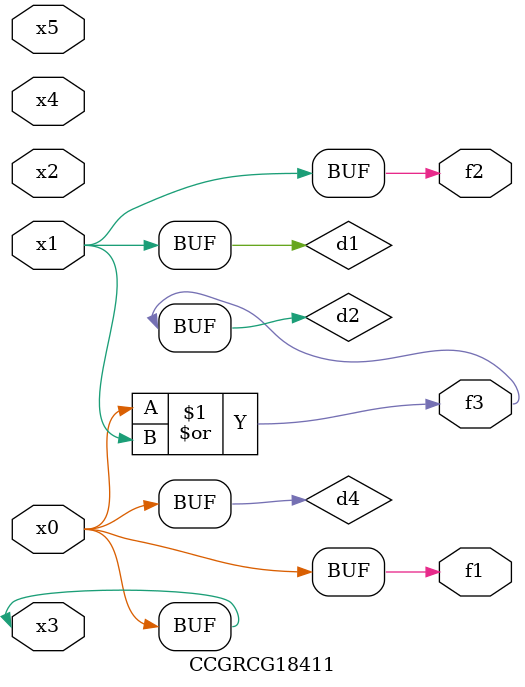
<source format=v>
module CCGRCG18411(
	input x0, x1, x2, x3, x4, x5,
	output f1, f2, f3
);

	wire d1, d2, d3, d4;

	and (d1, x1);
	or (d2, x0, x1);
	nand (d3, x0, x5);
	buf (d4, x0, x3);
	assign f1 = d4;
	assign f2 = d1;
	assign f3 = d2;
endmodule

</source>
